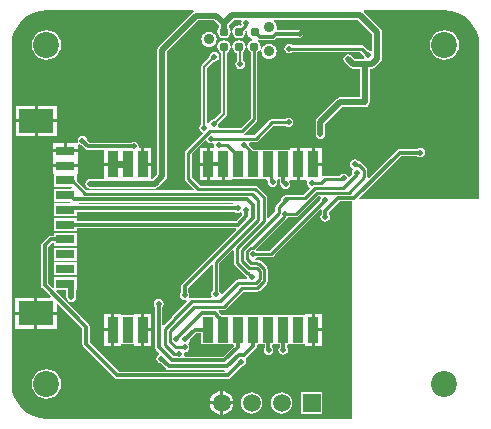
<source format=gbl>
G04*
G04 #@! TF.GenerationSoftware,Altium Limited,Altium Designer,19.0.15 (446)*
G04*
G04 Layer_Physical_Order=2*
G04 Layer_Color=16711680*
%FSAX25Y25*%
%MOIN*%
G70*
G01*
G75*
%ADD12C,0.01000*%
%ADD13C,0.01968*%
%ADD30R,0.05906X0.05906*%
%ADD64C,0.02362*%
%ADD66C,0.01181*%
%ADD67C,0.00800*%
%ADD68C,0.08661*%
%ADD69C,0.03543*%
%ADD70C,0.05906*%
%ADD71C,0.01968*%
%ADD72C,0.03110*%
%ADD73R,0.03543X0.08661*%
%ADD74R,0.11811X0.08268*%
%ADD75R,0.06299X0.03150*%
G36*
X0781002Y3333426D02*
X0780847Y3333323D01*
X0769429Y3321905D01*
X0769079Y3321381D01*
X0768956Y3320763D01*
Y3279306D01*
X0767344Y3277693D01*
X0766808D01*
Y3282074D01*
X0764036D01*
Y3282574D01*
X0763536D01*
Y3287905D01*
X0763052D01*
X0762642Y3288405D01*
X0762670Y3288547D01*
X0762547Y3289165D01*
X0762197Y3289690D01*
X0761673Y3290039D01*
X0761055Y3290163D01*
X0760437Y3290039D01*
X0760020Y3289761D01*
X0746400D01*
X0745587Y3290575D01*
X0745489Y3291066D01*
X0745139Y3291590D01*
X0744615Y3291940D01*
X0743997Y3292064D01*
X0743379Y3291940D01*
X0742855Y3291590D01*
X0742505Y3291066D01*
X0742381Y3290448D01*
X0742436Y3290176D01*
X0742052Y3289676D01*
X0738788D01*
Y3287601D01*
X0742438D01*
Y3289030D01*
X0742629Y3289156D01*
X0742938Y3289250D01*
X0743379Y3288956D01*
X0743870Y3288858D01*
X0745039Y3287689D01*
X0745039Y3287689D01*
X0745433Y3287426D01*
X0745898Y3287333D01*
X0751265D01*
Y3283074D01*
X0754036D01*
Y3282074D01*
X0751265D01*
Y3277693D01*
X0746556D01*
X0745938Y3277570D01*
X0745414Y3277220D01*
X0745063Y3276696D01*
X0744941Y3276078D01*
X0745063Y3275460D01*
X0745414Y3274936D01*
X0745938Y3274586D01*
X0746556Y3274463D01*
X0768013D01*
X0768631Y3274586D01*
X0769155Y3274936D01*
X0771714Y3277495D01*
X0772064Y3278019D01*
X0772187Y3278637D01*
Y3320094D01*
X0782658Y3330565D01*
X0787934D01*
X0789547Y3328952D01*
Y3328209D01*
X0789132Y3327588D01*
X0788965Y3326747D01*
X0789132Y3325906D01*
X0789608Y3325193D01*
X0790321Y3324717D01*
X0791162Y3324550D01*
X0792003Y3324717D01*
X0792716Y3325193D01*
X0793192Y3325906D01*
X0793360Y3326747D01*
X0793192Y3327588D01*
X0792777Y3328209D01*
Y3328952D01*
X0794587Y3330762D01*
X0796798D01*
X0796981Y3330420D01*
X0797021Y3330262D01*
X0796909Y3329700D01*
X0797012Y3329183D01*
X0796672Y3328843D01*
X0796162Y3328945D01*
X0795321Y3328777D01*
X0794608Y3328301D01*
X0794132Y3327588D01*
X0793965Y3326747D01*
X0794132Y3325906D01*
X0794608Y3325193D01*
X0795321Y3324717D01*
X0796162Y3324550D01*
X0797003Y3324717D01*
X0797716Y3325193D01*
X0798192Y3325906D01*
X0798359Y3326747D01*
X0798299Y3327051D01*
X0798452Y3327172D01*
X0798921Y3326907D01*
X0798900Y3326747D01*
X0798988Y3326080D01*
X0799245Y3325459D01*
X0799655Y3324925D01*
X0800189Y3324516D01*
X0800604Y3324343D01*
X0800553Y3323824D01*
X0800321Y3323777D01*
X0799608Y3323301D01*
X0799132Y3322588D01*
X0798965Y3321747D01*
X0799132Y3320906D01*
X0799608Y3320193D01*
X0800041Y3319905D01*
Y3298026D01*
X0796734Y3294719D01*
X0789375D01*
X0789108Y3295219D01*
X0789190Y3295342D01*
X0789313Y3295960D01*
X0789284Y3296104D01*
X0791883Y3298703D01*
X0792104Y3299034D01*
X0792182Y3299424D01*
Y3319836D01*
X0792716Y3320193D01*
X0793192Y3320906D01*
X0793360Y3321747D01*
X0793192Y3322588D01*
X0792716Y3323301D01*
X0792003Y3323777D01*
X0791162Y3323944D01*
X0790321Y3323777D01*
X0789608Y3323301D01*
X0789132Y3322588D01*
X0788965Y3321747D01*
X0789132Y3320906D01*
X0789608Y3320193D01*
X0790143Y3319836D01*
Y3299847D01*
X0787842Y3297546D01*
X0787698Y3297575D01*
X0787079Y3297452D01*
X0786555Y3297102D01*
X0786205Y3296578D01*
X0786090Y3296483D01*
X0785658Y3296388D01*
X0785568Y3296484D01*
Y3314632D01*
X0787750Y3316814D01*
X0787894Y3316785D01*
X0788513Y3316909D01*
X0789037Y3317258D01*
X0789387Y3317783D01*
X0789510Y3318401D01*
X0789387Y3319019D01*
X0789037Y3319543D01*
X0788513Y3319893D01*
X0787894Y3320016D01*
X0787276Y3319893D01*
X0786752Y3319543D01*
X0786402Y3319019D01*
X0786279Y3318401D01*
X0786308Y3318256D01*
X0783827Y3315775D01*
X0783606Y3315445D01*
X0783528Y3315054D01*
Y3296003D01*
X0783406Y3295921D01*
X0783056Y3295397D01*
X0782933Y3294779D01*
X0783056Y3294161D01*
X0783406Y3293637D01*
X0783853Y3293338D01*
X0784020Y3292797D01*
X0778440Y3287218D01*
X0778197Y3286854D01*
X0778112Y3286425D01*
X0778112Y3286425D01*
Y3277769D01*
X0778112Y3277768D01*
X0778197Y3277339D01*
X0778440Y3276976D01*
X0781100Y3274315D01*
X0780909Y3273853D01*
X0745330D01*
X0742038Y3277145D01*
X0742038Y3279364D01*
X0742438Y3279605D01*
X0742438Y3279675D01*
X0742438D01*
Y3281680D01*
X0734139D01*
Y3279675D01*
X0734139Y3279675D01*
Y3279605D01*
X0734539Y3279364D01*
X0734539Y3279105D01*
Y3275084D01*
X0740540D01*
X0740588Y3275013D01*
X0740321Y3274512D01*
X0734539D01*
Y3270163D01*
X0739897D01*
X0739950Y3270091D01*
X0739699Y3269591D01*
X0734539D01*
Y3265242D01*
X0742038D01*
Y3266793D01*
X0794734D01*
X0795151Y3266515D01*
X0795769Y3266392D01*
X0796387Y3266515D01*
X0796522Y3266605D01*
X0796625Y3266604D01*
X0797151Y3266424D01*
X0797311Y3266185D01*
Y3265754D01*
X0795266Y3263709D01*
X0742038D01*
Y3264670D01*
X0734539D01*
Y3260321D01*
X0742038D01*
Y3261282D01*
X0795014D01*
X0795206Y3260820D01*
X0777194Y3242807D01*
X0776931Y3242413D01*
X0776838Y3241949D01*
X0776838Y3241949D01*
Y3239908D01*
X0776560Y3239491D01*
X0776437Y3238873D01*
X0776560Y3238255D01*
X0776910Y3237731D01*
X0777434Y3237381D01*
X0778052Y3237258D01*
X0778579Y3237363D01*
X0778799Y3237108D01*
X0778874Y3236950D01*
X0773716Y3231792D01*
X0773472Y3231429D01*
X0773429Y3231209D01*
X0771104Y3228885D01*
X0770604Y3229092D01*
Y3235083D01*
X0770883Y3235499D01*
X0771006Y3236118D01*
X0770883Y3236736D01*
X0770533Y3237260D01*
X0770009Y3237610D01*
X0769390Y3237733D01*
X0768772Y3237610D01*
X0768248Y3237260D01*
X0767898Y3236736D01*
X0767775Y3236118D01*
X0767898Y3235499D01*
X0768177Y3235083D01*
Y3221674D01*
X0768177Y3221673D01*
X0768269Y3221209D01*
X0768532Y3220815D01*
X0769571Y3219776D01*
X0769426Y3219213D01*
X0769036Y3218953D01*
X0768686Y3218428D01*
X0768563Y3217810D01*
X0768686Y3217192D01*
X0769036Y3216668D01*
X0769560Y3216318D01*
X0770051Y3216220D01*
X0771879Y3214393D01*
X0771879Y3214393D01*
X0772272Y3214130D01*
X0772737Y3214037D01*
X0791163D01*
X0791430Y3213537D01*
X0791413Y3213512D01*
X0756114D01*
X0746392Y3223234D01*
Y3228440D01*
X0746392Y3228440D01*
X0746299Y3228905D01*
X0746036Y3229298D01*
X0746036Y3229299D01*
X0735161Y3240173D01*
X0735353Y3240635D01*
X0738641D01*
Y3238283D01*
X0738764Y3237664D01*
X0739115Y3237141D01*
X0739639Y3236790D01*
X0740257Y3236667D01*
X0740875Y3236790D01*
X0741399Y3237141D01*
X0741749Y3237664D01*
X0741872Y3238283D01*
Y3240635D01*
X0742038D01*
Y3244985D01*
X0734539D01*
Y3241449D01*
X0734077Y3241258D01*
X0732612Y3242722D01*
Y3255103D01*
X0733870Y3256360D01*
X0734539D01*
Y3255399D01*
X0742038D01*
Y3259749D01*
X0734539D01*
Y3258788D01*
X0733367D01*
X0732902Y3258696D01*
X0732509Y3258432D01*
X0732509Y3258432D01*
X0730540Y3256464D01*
X0730277Y3256070D01*
X0730185Y3255606D01*
X0730185Y3255605D01*
Y3242220D01*
X0730185Y3242220D01*
X0730277Y3241755D01*
X0730540Y3241361D01*
X0733338Y3238564D01*
X0733147Y3238102D01*
X0728946D01*
Y3233468D01*
X0735351D01*
Y3235897D01*
X0735813Y3236088D01*
X0743964Y3227937D01*
Y3222732D01*
X0743964Y3222731D01*
X0744057Y3222267D01*
X0744320Y3221873D01*
X0754753Y3211440D01*
X0755147Y3211177D01*
X0755611Y3211085D01*
X0755611Y3211085D01*
X0792422D01*
X0792422Y3211085D01*
X0792886Y3211177D01*
X0793280Y3211440D01*
X0797076Y3215236D01*
X0797568Y3215334D01*
X0798092Y3215684D01*
X0798442Y3216208D01*
X0798565Y3216826D01*
X0798442Y3217444D01*
X0798641Y3218047D01*
X0798739Y3218112D01*
X0801814Y3221187D01*
X0801814Y3221187D01*
X0802077Y3221581D01*
X0802170Y3222046D01*
Y3222172D01*
X0802523Y3222525D01*
X0803465Y3222525D01*
X0803837Y3222525D01*
X0804751D01*
Y3221542D01*
X0804512Y3221184D01*
X0804389Y3220566D01*
X0804512Y3219948D01*
X0804862Y3219424D01*
X0805387Y3219074D01*
X0806005Y3218951D01*
X0806623Y3219074D01*
X0807147Y3219424D01*
X0807497Y3219948D01*
X0807620Y3220566D01*
X0807497Y3221184D01*
X0807179Y3221660D01*
Y3222172D01*
X0807533Y3222525D01*
X0808465Y3222525D01*
X0808837Y3222525D01*
X0809712D01*
Y3221798D01*
X0809434Y3221381D01*
X0809311Y3220763D01*
X0809434Y3220145D01*
X0809784Y3219621D01*
X0810308Y3219271D01*
X0810926Y3219148D01*
X0811544Y3219271D01*
X0812068Y3219621D01*
X0812418Y3220145D01*
X0812541Y3220763D01*
X0812418Y3221381D01*
X0812140Y3221798D01*
Y3222172D01*
X0812493Y3222525D01*
X0813465Y3222525D01*
X0813837Y3222525D01*
X0818194D01*
Y3222125D01*
X0820465D01*
Y3227456D01*
Y3232787D01*
X0818194D01*
Y3232387D01*
X0813837D01*
X0813465Y3232387D01*
X0813094Y3232387D01*
X0808837D01*
X0808465Y3232387D01*
X0808094Y3232387D01*
X0803837D01*
X0803465Y3232387D01*
X0803094Y3232387D01*
X0798594D01*
Y3232387D01*
X0798337D01*
Y3232387D01*
X0793594D01*
Y3232387D01*
X0793337D01*
Y3232387D01*
X0790144D01*
X0790112Y3232418D01*
X0790048Y3232743D01*
X0789784Y3233138D01*
X0789784Y3233138D01*
X0789410Y3233512D01*
X0789617Y3234011D01*
X0791044D01*
X0791044Y3234011D01*
X0791473Y3234097D01*
X0791837Y3234340D01*
X0797611Y3240114D01*
X0802264D01*
X0802264Y3240114D01*
X0802694Y3240199D01*
X0803058Y3240442D01*
X0805420Y3242805D01*
X0805663Y3243169D01*
X0805748Y3243598D01*
X0805748Y3243598D01*
Y3247731D01*
X0805748Y3247731D01*
X0805663Y3248161D01*
X0805420Y3248524D01*
X0805420Y3248524D01*
X0803648Y3250296D01*
X0803284Y3250539D01*
X0802855Y3250625D01*
X0802855Y3250625D01*
X0802267D01*
X0802140Y3250650D01*
X0802140Y3250650D01*
X0801501D01*
X0801452Y3251150D01*
X0801505Y3251160D01*
X0802029Y3251511D01*
X0802042Y3251531D01*
X0806989D01*
X0806989Y3251531D01*
X0807418Y3251617D01*
X0807782Y3251860D01*
X0808025Y3252224D01*
X0808044Y3252318D01*
X0823285Y3267560D01*
X0823746Y3267313D01*
X0823689Y3267023D01*
X0823689Y3267023D01*
Y3266089D01*
X0823410Y3265673D01*
X0823287Y3265054D01*
X0823410Y3264436D01*
X0823760Y3263912D01*
X0824284Y3263562D01*
X0824902Y3263439D01*
X0825521Y3263562D01*
X0826044Y3263912D01*
X0826395Y3264436D01*
X0826518Y3265054D01*
X0826395Y3265673D01*
X0826116Y3266089D01*
Y3266520D01*
X0829817Y3270221D01*
X0833761D01*
Y3197756D01*
X0732021D01*
X0729723Y3197982D01*
X0727551Y3198641D01*
X0725549Y3199711D01*
X0723795Y3201151D01*
X0722355Y3202905D01*
X0721285Y3204907D01*
X0720626Y3207079D01*
X0720400Y3209378D01*
Y3322305D01*
X0720626Y3324604D01*
X0721285Y3326776D01*
X0722355Y3328777D01*
X0723795Y3330531D01*
X0725549Y3331971D01*
X0727551Y3333041D01*
X0729723Y3333700D01*
X0732021Y3333926D01*
X0780851D01*
X0781002Y3333426D01*
D02*
G37*
G36*
X0866932Y3333700D02*
X0869104Y3333041D01*
X0871106Y3331971D01*
X0872860Y3330531D01*
X0874300Y3328777D01*
X0875370Y3326776D01*
X0876029Y3324604D01*
X0876255Y3322305D01*
Y3270960D01*
X0836524D01*
X0836333Y3271422D01*
X0850208Y3285297D01*
X0855560D01*
X0855977Y3285019D01*
X0856595Y3284896D01*
X0857213Y3285019D01*
X0857737Y3285369D01*
X0858088Y3285893D01*
X0858210Y3286511D01*
X0858088Y3287129D01*
X0857737Y3287653D01*
X0857213Y3288004D01*
X0856595Y3288126D01*
X0855977Y3288004D01*
X0855560Y3287725D01*
X0849706D01*
X0849706Y3287725D01*
X0849241Y3287632D01*
X0848847Y3287370D01*
X0848847Y3287370D01*
X0839457Y3277979D01*
X0839000Y3278220D01*
X0838995Y3278225D01*
Y3280823D01*
X0838995Y3280823D01*
X0838910Y3281252D01*
X0838667Y3281616D01*
X0836984Y3283299D01*
X0836620Y3283543D01*
X0836191Y3283628D01*
X0836191Y3283628D01*
X0835946D01*
X0835887Y3283716D01*
X0835363Y3284066D01*
X0834745Y3284189D01*
X0834127Y3284066D01*
X0833603Y3283716D01*
X0833253Y3283192D01*
X0833130Y3282574D01*
X0833253Y3281956D01*
X0833603Y3281432D01*
X0833845Y3281270D01*
X0834111Y3281034D01*
X0833972Y3280629D01*
X0833843Y3280436D01*
X0833720Y3279818D01*
X0833822Y3279306D01*
X0832971Y3278454D01*
X0832409Y3278600D01*
X0832147Y3278992D01*
X0831623Y3279342D01*
X0831005Y3279465D01*
X0830387Y3279342D01*
X0829862Y3278992D01*
X0829717Y3278774D01*
X0824706D01*
X0824277Y3278689D01*
X0824237Y3278662D01*
X0823737Y3278930D01*
Y3282074D01*
X0820965D01*
Y3282574D01*
X0820465D01*
Y3287905D01*
X0816465D01*
Y3282574D01*
Y3277243D01*
X0818429D01*
X0818813Y3276743D01*
X0818759Y3276471D01*
X0818882Y3275853D01*
X0819232Y3275330D01*
X0819625Y3275067D01*
X0819770Y3274506D01*
X0817649Y3272385D01*
X0812331D01*
X0811902Y3272299D01*
X0811814Y3272240D01*
X0811713Y3272260D01*
X0811095Y3272137D01*
X0810571Y3271787D01*
X0810221Y3271263D01*
X0810098Y3270645D01*
X0810103Y3270621D01*
X0808639Y3269157D01*
X0808396Y3268793D01*
X0808311Y3268364D01*
X0808311Y3268364D01*
Y3266873D01*
X0806013Y3264576D01*
X0805551Y3264767D01*
Y3271550D01*
X0805551Y3271550D01*
X0805466Y3271980D01*
X0805223Y3272343D01*
X0805223Y3272343D01*
X0802385Y3275182D01*
X0802021Y3275425D01*
X0801591Y3275510D01*
X0801591Y3275510D01*
X0783077D01*
X0780355Y3278233D01*
Y3285960D01*
X0784944Y3290550D01*
X0785506Y3290405D01*
X0785768Y3290012D01*
X0786292Y3289662D01*
X0786910Y3289539D01*
X0787464Y3289649D01*
X0787706Y3289499D01*
X0787908Y3289314D01*
X0787854Y3289045D01*
X0787977Y3288427D01*
X0787992Y3288405D01*
X0787724Y3287905D01*
X0786465D01*
Y3282574D01*
Y3277243D01*
X0788737D01*
Y3277283D01*
X0790465D01*
Y3282613D01*
X0791465D01*
Y3277283D01*
X0793737D01*
Y3277643D01*
X0798337D01*
X0798337Y3277643D01*
X0798594D01*
Y3277643D01*
X0798837Y3277643D01*
X0803337D01*
Y3277643D01*
X0803594D01*
Y3277643D01*
X0805255D01*
X0805600Y3277329D01*
X0805686Y3276900D01*
X0805784Y3276753D01*
X0805767Y3276669D01*
X0805890Y3276051D01*
X0806240Y3275526D01*
X0806765Y3275176D01*
X0807383Y3275053D01*
X0808001Y3275176D01*
X0808525Y3275526D01*
X0808875Y3276051D01*
X0808998Y3276669D01*
X0808904Y3277143D01*
X0809192Y3277643D01*
X0809752D01*
Y3276629D01*
X0809752Y3276629D01*
X0809844Y3276165D01*
X0810107Y3275771D01*
X0810123Y3275755D01*
X0810221Y3275263D01*
X0810571Y3274739D01*
X0811095Y3274389D01*
X0811713Y3274266D01*
X0812331Y3274389D01*
X0812856Y3274739D01*
X0813206Y3275263D01*
X0813329Y3275881D01*
X0813206Y3276499D01*
X0812985Y3276830D01*
X0813310Y3277243D01*
X0815465D01*
Y3282574D01*
Y3287905D01*
X0813194D01*
Y3287505D01*
X0808594D01*
X0808594Y3287505D01*
X0808337D01*
Y3287505D01*
X0808094Y3287505D01*
X0803594D01*
Y3287505D01*
X0803337D01*
Y3287505D01*
X0800766D01*
X0800730Y3287687D01*
X0800487Y3288050D01*
X0800487Y3288050D01*
X0799491Y3289046D01*
X0799496Y3289070D01*
X0799404Y3289533D01*
X0799698Y3290033D01*
X0801790D01*
X0801790Y3290033D01*
X0802219Y3290118D01*
X0802583Y3290361D01*
X0807650Y3295429D01*
X0811542D01*
X0811555Y3295408D01*
X0812080Y3295058D01*
X0812698Y3294935D01*
X0813316Y3295058D01*
X0813840Y3295408D01*
X0814190Y3295932D01*
X0814313Y3296550D01*
X0814190Y3297169D01*
X0813840Y3297692D01*
X0813316Y3298043D01*
X0812698Y3298166D01*
X0812080Y3298043D01*
X0811555Y3297692D01*
X0811542Y3297672D01*
X0807186D01*
X0807186Y3297672D01*
X0806757Y3297586D01*
X0806393Y3297343D01*
X0806393Y3297343D01*
X0801325Y3292276D01*
X0798100D01*
X0797948Y3292776D01*
X0797991Y3292805D01*
X0801955Y3296769D01*
X0801955Y3296769D01*
X0802198Y3297132D01*
X0802284Y3297562D01*
X0802284Y3297562D01*
Y3319905D01*
X0802716Y3320193D01*
X0803092Y3320757D01*
X0803192Y3320906D01*
X0803649Y3320758D01*
X0803628Y3320601D01*
X0803581Y3320247D01*
X0803669Y3319579D01*
X0803927Y3318957D01*
X0804337Y3318422D01*
X0804872Y3318012D01*
X0805494Y3317754D01*
X0806162Y3317667D01*
X0806830Y3317754D01*
X0807452Y3318012D01*
X0807987Y3318422D01*
X0808397Y3318957D01*
X0808655Y3319579D01*
X0808743Y3320247D01*
X0808655Y3320915D01*
X0808397Y3321538D01*
X0807987Y3322072D01*
X0807452Y3322482D01*
X0806830Y3322740D01*
X0806162Y3322828D01*
X0805494Y3322740D01*
X0804872Y3322482D01*
X0804337Y3322072D01*
X0803927Y3321538D01*
X0803802Y3321234D01*
X0803736Y3321075D01*
X0803255Y3321221D01*
X0803286Y3321377D01*
X0803360Y3321747D01*
X0803192Y3322588D01*
X0802716Y3323301D01*
X0802466Y3323468D01*
X0802432Y3323621D01*
X0802529Y3324027D01*
X0802581Y3324035D01*
X0802669Y3323977D01*
X0803134Y3323884D01*
X0803134Y3323884D01*
X0807467D01*
X0807467Y3323884D01*
X0807931Y3323977D01*
X0808325Y3324240D01*
X0808857Y3324771D01*
X0816339D01*
X0816803Y3324864D01*
X0817197Y3325127D01*
X0817460Y3325521D01*
X0817553Y3325985D01*
X0817460Y3326450D01*
X0817197Y3326844D01*
X0816803Y3327107D01*
X0816339Y3327199D01*
X0808969D01*
X0808671Y3327699D01*
X0808743Y3328247D01*
X0808655Y3328915D01*
X0808397Y3329538D01*
X0807987Y3330072D01*
X0807740Y3330262D01*
X0807909Y3330762D01*
X0835847D01*
X0840610Y3325999D01*
Y3320604D01*
X0840110Y3320337D01*
X0839890Y3320484D01*
X0839272Y3320607D01*
X0839248Y3320602D01*
X0837900Y3321950D01*
X0837536Y3322193D01*
X0837107Y3322278D01*
X0837107Y3322278D01*
X0814050D01*
X0814037Y3322299D01*
X0813513Y3322649D01*
X0812894Y3322772D01*
X0812276Y3322649D01*
X0811752Y3322299D01*
X0811402Y3321775D01*
X0811279Y3321157D01*
X0811402Y3320539D01*
X0811752Y3320015D01*
X0812276Y3319664D01*
X0812894Y3319542D01*
X0813513Y3319664D01*
X0814037Y3320015D01*
X0814050Y3320035D01*
X0836642D01*
X0837662Y3319016D01*
X0837657Y3318991D01*
X0837780Y3318373D01*
X0837927Y3318154D01*
X0837659Y3317654D01*
X0834823D01*
X0833722Y3318756D01*
X0833198Y3319106D01*
X0832580Y3319229D01*
X0831961Y3319106D01*
X0831437Y3318756D01*
X0831087Y3318232D01*
X0830964Y3317613D01*
X0831087Y3316995D01*
X0831437Y3316471D01*
X0833012Y3314896D01*
X0833536Y3314546D01*
X0834154Y3314423D01*
X0836476D01*
Y3304859D01*
X0829824D01*
X0829205Y3304736D01*
X0828681Y3304385D01*
X0822185Y3297889D01*
X0821835Y3297366D01*
X0821712Y3296747D01*
Y3292613D01*
X0821835Y3291995D01*
X0822185Y3291471D01*
X0822709Y3291121D01*
X0823328Y3290998D01*
X0823946Y3291121D01*
X0824470Y3291471D01*
X0824820Y3291995D01*
X0824943Y3292613D01*
Y3296078D01*
X0830493Y3301628D01*
X0838091D01*
X0838709Y3301751D01*
X0839233Y3302101D01*
X0839584Y3302625D01*
X0839707Y3303243D01*
Y3314423D01*
X0840454D01*
X0841072Y3314546D01*
X0841596Y3314896D01*
X0843367Y3316668D01*
X0843717Y3317192D01*
X0843841Y3317810D01*
Y3326669D01*
X0843717Y3327287D01*
X0843367Y3327811D01*
X0837752Y3333426D01*
X0837847Y3333790D01*
X0837942Y3333926D01*
X0864634D01*
X0866932Y3333700D01*
D02*
G37*
G36*
X0794275Y3269246D02*
X0794256Y3269221D01*
X0742489D01*
X0742485Y3269246D01*
X0742906Y3269746D01*
X0794024D01*
X0794275Y3269246D01*
D02*
G37*
G36*
X0823492Y3271504D02*
X0823410Y3271381D01*
X0823287Y3270763D01*
X0823292Y3270739D01*
X0806328Y3253774D01*
X0802092D01*
X0801973Y3253918D01*
X0801933Y3254324D01*
X0811826Y3264216D01*
X0811826Y3264216D01*
X0812033Y3264526D01*
X0812135Y3264546D01*
X0812659Y3264896D01*
X0812673Y3264917D01*
X0815152D01*
X0815152Y3264917D01*
X0815581Y3265002D01*
X0815945Y3265245D01*
X0822703Y3272004D01*
X0823225D01*
X0823492Y3271504D01*
D02*
G37*
G36*
X0794481Y3253743D02*
Y3249672D01*
X0794481Y3249672D01*
X0794566Y3249242D01*
X0794809Y3248878D01*
X0798152Y3245535D01*
X0798152Y3245535D01*
X0798357Y3245399D01*
X0798874Y3244882D01*
X0798908Y3244710D01*
X0798613Y3244210D01*
X0795855D01*
X0795855Y3244210D01*
X0795425Y3244124D01*
X0795061Y3243881D01*
X0795061Y3243881D01*
X0790583Y3239403D01*
X0790041Y3239568D01*
X0789978Y3239885D01*
X0789627Y3240409D01*
X0789607Y3240423D01*
Y3249523D01*
X0794019Y3253935D01*
X0794481Y3253743D01*
D02*
G37*
G36*
X0787364Y3248891D02*
Y3240423D01*
X0787343Y3240409D01*
X0786993Y3239885D01*
X0786870Y3239267D01*
X0786993Y3238649D01*
X0787075Y3238526D01*
X0786807Y3238026D01*
X0780414D01*
X0779985Y3237941D01*
X0779896Y3237881D01*
X0779535Y3238242D01*
X0779544Y3238255D01*
X0779667Y3238873D01*
X0779544Y3239491D01*
X0779266Y3239908D01*
Y3241446D01*
X0786902Y3249082D01*
X0787364Y3248891D01*
D02*
G37*
G36*
X0783594Y3222525D02*
X0788337D01*
X0788337Y3222525D01*
X0788594D01*
Y3222525D01*
X0788837Y3222525D01*
X0793337D01*
Y3222525D01*
X0793594D01*
Y3222525D01*
X0794218D01*
X0794425Y3222025D01*
X0790824Y3218424D01*
X0778099D01*
X0777804Y3218924D01*
X0777896Y3219385D01*
X0777873Y3219500D01*
X0778216Y3219968D01*
X0778670Y3220058D01*
X0779194Y3220408D01*
X0779544Y3220932D01*
X0779667Y3221550D01*
X0779544Y3222168D01*
X0779272Y3222577D01*
X0779355Y3223140D01*
X0779391Y3223164D01*
X0779741Y3223688D01*
X0779839Y3224180D01*
X0781901Y3226242D01*
X0783594D01*
Y3222525D01*
D02*
G37*
%LPC*%
G36*
X0786162Y3326828D02*
X0785494Y3326740D01*
X0784872Y3326482D01*
X0784337Y3326072D01*
X0783927Y3325538D01*
X0783669Y3324915D01*
X0783581Y3324247D01*
X0783669Y3323579D01*
X0783927Y3322957D01*
X0784337Y3322422D01*
X0784872Y3322012D01*
X0785494Y3321754D01*
X0786162Y3321667D01*
X0786830Y3321754D01*
X0787453Y3322012D01*
X0787987Y3322422D01*
X0788397Y3322957D01*
X0788655Y3323579D01*
X0788743Y3324247D01*
X0788655Y3324915D01*
X0788397Y3325538D01*
X0787987Y3326072D01*
X0787453Y3326482D01*
X0786830Y3326740D01*
X0786162Y3326828D01*
D02*
G37*
G36*
X0731989Y3327311D02*
X0730702Y3327142D01*
X0729502Y3326645D01*
X0728472Y3325854D01*
X0727682Y3324825D01*
X0727185Y3323625D01*
X0727016Y3322338D01*
X0727185Y3321051D01*
X0727682Y3319851D01*
X0728472Y3318821D01*
X0729502Y3318031D01*
X0730702Y3317534D01*
X0731989Y3317365D01*
X0733276Y3317534D01*
X0734476Y3318031D01*
X0735506Y3318821D01*
X0736296Y3319851D01*
X0736793Y3321051D01*
X0736962Y3322338D01*
X0736793Y3323625D01*
X0736296Y3324825D01*
X0735506Y3325854D01*
X0734476Y3326645D01*
X0733276Y3327142D01*
X0731989Y3327311D01*
D02*
G37*
G36*
X0796162Y3323944D02*
X0795321Y3323777D01*
X0794608Y3323301D01*
X0794132Y3322588D01*
X0793965Y3321747D01*
X0794132Y3320906D01*
X0794608Y3320193D01*
X0795321Y3319717D01*
X0795536Y3319674D01*
Y3317145D01*
X0795414Y3317063D01*
X0795063Y3316539D01*
X0794941Y3315921D01*
X0795063Y3315302D01*
X0795414Y3314778D01*
X0795938Y3314428D01*
X0796556Y3314305D01*
X0797174Y3314428D01*
X0797698Y3314778D01*
X0798048Y3315302D01*
X0798171Y3315921D01*
X0798048Y3316539D01*
X0797698Y3317063D01*
X0797576Y3317145D01*
Y3320100D01*
X0797716Y3320193D01*
X0798192Y3320906D01*
X0798359Y3321747D01*
X0798192Y3322588D01*
X0797716Y3323301D01*
X0797003Y3323777D01*
X0796162Y3323944D01*
D02*
G37*
G36*
X0735548Y3302176D02*
X0729143D01*
Y3297543D01*
X0735548D01*
Y3302176D01*
D02*
G37*
G36*
X0728142D02*
X0721737D01*
Y3297543D01*
X0728142D01*
Y3302176D01*
D02*
G37*
G36*
X0735548Y3296542D02*
X0729143D01*
Y3291909D01*
X0735548D01*
Y3296542D01*
D02*
G37*
G36*
X0728142D02*
X0721737D01*
Y3291909D01*
X0728142D01*
Y3296542D01*
D02*
G37*
G36*
X0737788Y3289676D02*
X0734139D01*
Y3287601D01*
X0737788D01*
Y3289676D01*
D02*
G37*
G36*
X0766808Y3287905D02*
X0764536D01*
Y3283074D01*
X0766808D01*
Y3287905D01*
D02*
G37*
G36*
X0742438Y3286602D02*
X0734139D01*
Y3284527D01*
Y3282680D01*
X0742438D01*
Y3284527D01*
Y3286602D01*
D02*
G37*
G36*
X0742038Y3254827D02*
X0734539D01*
Y3250478D01*
X0742038D01*
Y3254827D01*
D02*
G37*
G36*
Y3249906D02*
X0734539D01*
Y3245557D01*
X0742038D01*
Y3249906D01*
D02*
G37*
G36*
X0727946Y3238102D02*
X0721540D01*
Y3233468D01*
X0727946D01*
Y3238102D01*
D02*
G37*
G36*
X0763536Y3232787D02*
X0761265D01*
Y3232387D01*
X0756808D01*
Y3232787D01*
X0754536D01*
Y3227456D01*
Y3222125D01*
X0756808D01*
Y3222525D01*
X0761265D01*
Y3222125D01*
X0763536D01*
Y3227456D01*
X0764036D01*
D01*
X0763536D01*
Y3232787D01*
D02*
G37*
G36*
X0823737D02*
X0821465D01*
Y3227956D01*
X0823737D01*
Y3232787D01*
D02*
G37*
G36*
X0766808D02*
X0764536D01*
Y3227956D01*
X0766808D01*
Y3232787D01*
D02*
G37*
G36*
X0753536D02*
X0751265D01*
Y3227956D01*
X0753536D01*
Y3232787D01*
D02*
G37*
G36*
X0735351Y3232468D02*
X0728946D01*
Y3227834D01*
X0735351D01*
Y3232468D01*
D02*
G37*
G36*
X0727946D02*
X0721540D01*
Y3227834D01*
X0727946D01*
Y3232468D01*
D02*
G37*
G36*
X0823737Y3226956D02*
X0821465D01*
Y3222125D01*
X0823737D01*
Y3226956D01*
D02*
G37*
G36*
X0766808Y3226956D02*
X0764536D01*
Y3222125D01*
X0766808D01*
Y3226956D01*
D02*
G37*
G36*
X0753536D02*
X0751265D01*
Y3222125D01*
X0753536D01*
Y3226956D01*
D02*
G37*
G36*
X0731989Y3214319D02*
X0730702Y3214149D01*
X0729502Y3213652D01*
X0728472Y3212862D01*
X0727682Y3211832D01*
X0727185Y3210633D01*
X0727016Y3209346D01*
X0727185Y3208059D01*
X0727682Y3206859D01*
X0728472Y3205829D01*
X0729502Y3205039D01*
X0730702Y3204542D01*
X0731989Y3204372D01*
X0733276Y3204542D01*
X0734476Y3205039D01*
X0735506Y3205829D01*
X0736296Y3206859D01*
X0736793Y3208059D01*
X0736962Y3209346D01*
X0736793Y3210633D01*
X0736296Y3211832D01*
X0735506Y3212862D01*
X0734476Y3213652D01*
X0733276Y3214149D01*
X0731989Y3214319D01*
D02*
G37*
G36*
X0790835Y3206968D02*
Y3203546D01*
X0794256D01*
X0794186Y3204078D01*
X0793788Y3205040D01*
X0793154Y3205865D01*
X0792329Y3206499D01*
X0791367Y3206897D01*
X0790835Y3206968D01*
D02*
G37*
G36*
X0789835Y3206968D02*
X0789303Y3206897D01*
X0788342Y3206499D01*
X0787516Y3205865D01*
X0786883Y3205040D01*
X0786484Y3204078D01*
X0786414Y3203546D01*
X0789835D01*
Y3206968D01*
D02*
G37*
G36*
X0823888Y3206599D02*
X0816783D01*
Y3199494D01*
X0823888D01*
Y3206599D01*
D02*
G37*
G36*
X0810335Y3206630D02*
X0809408Y3206508D01*
X0808544Y3206150D01*
X0807802Y3205581D01*
X0807232Y3204838D01*
X0806874Y3203974D01*
X0806752Y3203046D01*
X0806874Y3202119D01*
X0807232Y3201255D01*
X0807802Y3200513D01*
X0808544Y3199943D01*
X0809408Y3199585D01*
X0810335Y3199463D01*
X0811263Y3199585D01*
X0812127Y3199943D01*
X0812869Y3200513D01*
X0813439Y3201255D01*
X0813797Y3202119D01*
X0813919Y3203046D01*
X0813797Y3203974D01*
X0813439Y3204838D01*
X0812869Y3205581D01*
X0812127Y3206150D01*
X0811263Y3206508D01*
X0810335Y3206630D01*
D02*
G37*
G36*
X0800335D02*
X0799408Y3206508D01*
X0798544Y3206150D01*
X0797802Y3205581D01*
X0797232Y3204838D01*
X0796874Y3203974D01*
X0796752Y3203046D01*
X0796874Y3202119D01*
X0797232Y3201255D01*
X0797802Y3200513D01*
X0798544Y3199943D01*
X0799408Y3199585D01*
X0800335Y3199463D01*
X0801263Y3199585D01*
X0802127Y3199943D01*
X0802869Y3200513D01*
X0803439Y3201255D01*
X0803797Y3202119D01*
X0803919Y3203046D01*
X0803797Y3203974D01*
X0803439Y3204838D01*
X0802869Y3205581D01*
X0802127Y3206150D01*
X0801263Y3206508D01*
X0800335Y3206630D01*
D02*
G37*
G36*
X0789835Y3202546D02*
X0786414D01*
X0786484Y3202015D01*
X0786883Y3201053D01*
X0787516Y3200227D01*
X0788342Y3199594D01*
X0789303Y3199195D01*
X0789835Y3199125D01*
Y3202546D01*
D02*
G37*
G36*
X0794256D02*
X0790835D01*
Y3199125D01*
X0791367Y3199195D01*
X0792329Y3199594D01*
X0793154Y3200227D01*
X0793788Y3201053D01*
X0794186Y3202015D01*
X0794256Y3202546D01*
D02*
G37*
G36*
X0864666Y3327311D02*
X0863379Y3327142D01*
X0862179Y3326645D01*
X0861149Y3325854D01*
X0860359Y3324825D01*
X0859862Y3323625D01*
X0859693Y3322338D01*
X0859862Y3321051D01*
X0860359Y3319851D01*
X0861149Y3318821D01*
X0862179Y3318031D01*
X0863379Y3317534D01*
X0864666Y3317365D01*
X0865953Y3317534D01*
X0867153Y3318031D01*
X0868183Y3318821D01*
X0868973Y3319851D01*
X0869470Y3321051D01*
X0869639Y3322338D01*
X0869470Y3323625D01*
X0868973Y3324825D01*
X0868183Y3325854D01*
X0867153Y3326645D01*
X0865953Y3327142D01*
X0864666Y3327311D01*
D02*
G37*
G36*
X0823737Y3287905D02*
X0821465D01*
Y3283074D01*
X0823737D01*
Y3287905D01*
D02*
G37*
G36*
X0785465D02*
X0783194D01*
Y3283074D01*
X0785465D01*
Y3287905D01*
D02*
G37*
G36*
Y3282074D02*
X0783194D01*
Y3277243D01*
X0785465D01*
Y3282074D01*
D02*
G37*
%LPD*%
D12*
X0809432Y3268364D02*
X0811713Y3270645D01*
X0809432Y3266409D02*
Y3268364D01*
X0812331Y3271263D02*
X0818114D01*
X0821576Y3274725D01*
X0811713Y3270645D02*
X0812331Y3271263D01*
X0811516Y3266039D02*
X0815152D01*
X0822239Y3273125D02*
X0832776D01*
X0815152Y3266039D02*
X0822239Y3273125D01*
X0821576Y3274725D02*
X0830828D01*
X0820375Y3276471D02*
X0823524D01*
X0824706Y3277653D01*
X0830828Y3274725D02*
X0835335Y3279233D01*
X0832776Y3273125D02*
X0837874Y3278223D01*
X0801591Y3274389D02*
X0804430Y3271550D01*
X0782613Y3274389D02*
X0801591D01*
X0779233Y3277768D02*
X0782613Y3274389D01*
X0800493Y3272731D02*
X0802480Y3270744D01*
X0744865Y3272731D02*
X0800493D01*
X0740338Y3277259D02*
X0744865Y3272731D01*
X0803027Y3244260D02*
Y3247069D01*
X0801855Y3243088D02*
X0803027Y3244260D01*
X0802192Y3247903D02*
X0803027Y3247069D01*
X0801502Y3247903D02*
X0802192D01*
X0801477Y3247928D02*
X0801502Y3247903D01*
X0799608Y3247928D02*
X0801477D01*
X0802855Y3249503D02*
X0804627Y3247731D01*
Y3243598D02*
Y3247731D01*
X0802264Y3241235D02*
X0804627Y3243598D01*
X0795855Y3243088D02*
X0801855D01*
X0797146Y3241235D02*
X0802264D01*
X0791044Y3235133D02*
X0797146Y3241235D01*
X0804430Y3263669D02*
Y3271550D01*
X0795602Y3254842D02*
X0804430Y3263669D01*
X0802480Y3263982D02*
Y3270744D01*
X0837874Y3278223D02*
Y3280823D01*
X0835335Y3279233D02*
Y3279818D01*
X0797881Y3289045D02*
X0797906D01*
X0786406Y3293598D02*
X0797198D01*
X0738288Y3277259D02*
X0740338D01*
X0795965Y3282574D02*
Y3285269D01*
X0792190Y3289045D02*
X0795965Y3285269D01*
X0789469Y3289045D02*
X0792190D01*
X0786910Y3291154D02*
X0801790D01*
X0779233Y3277768D02*
Y3286425D01*
X0786406Y3293598D01*
X0797198D02*
X0801162Y3297562D01*
X0773212Y3223443D02*
Y3227143D01*
X0775104Y3221550D02*
X0778052D01*
X0771612Y3222282D02*
X0774509Y3219385D01*
X0776280D01*
X0773212Y3223443D02*
X0775104Y3221550D01*
X0771612Y3222282D02*
Y3227806D01*
X0774509Y3230703D01*
Y3230999D01*
X0780414Y3236905D01*
X0789671D01*
X0800761Y3254737D02*
X0811033Y3265009D01*
Y3265293D01*
X0811516Y3265776D01*
Y3266039D01*
X0788485Y3239267D02*
Y3249987D01*
X0800023Y3254737D02*
X0800761D01*
X0798802Y3253516D02*
X0800023Y3254737D01*
X0798802Y3250997D02*
Y3253516D01*
X0797202Y3254179D02*
X0809432Y3266409D01*
X0797202Y3250334D02*
Y3254179D01*
X0795602Y3249672D02*
Y3254842D01*
Y3249672D02*
X0798945Y3246328D01*
X0799013D01*
X0800169Y3245173D01*
X0800431D01*
X0788485Y3249987D02*
X0802480Y3263982D01*
X0797202Y3250334D02*
X0799608Y3247928D01*
X0798802Y3250997D02*
X0800271Y3249529D01*
X0802140D01*
X0802165Y3249503D01*
X0802855D01*
X0781202Y3235133D02*
X0791044D01*
X0773212Y3227143D02*
X0781202Y3235133D01*
X0789671Y3236905D02*
X0795855Y3243088D01*
X0800887Y3252653D02*
X0806989D01*
X0806891Y3252751D02*
X0824902Y3270763D01*
X0806891Y3252751D02*
X0806989Y3252653D01*
X0801790Y3291154D02*
X0807186Y3296550D01*
X0812698D01*
X0806722Y3277329D02*
X0807383Y3276669D01*
X0806722Y3277329D02*
Y3281817D01*
X0805965Y3282574D02*
X0806722Y3281817D01*
X0801162Y3297562D02*
Y3321747D01*
X0797881Y3289045D02*
Y3289070D01*
X0797906Y3289045D02*
X0799694Y3287257D01*
Y3283846D02*
Y3287257D01*
Y3283846D02*
X0800965Y3282574D01*
X0824706Y3277653D02*
X0830808D01*
X0831005Y3277850D01*
X0836191Y3282506D02*
X0837874Y3280823D01*
X0834813Y3282506D02*
X0836191D01*
X0834745Y3282574D02*
X0834813Y3282506D01*
X0837107Y3321157D02*
X0839272Y3318991D01*
X0812894Y3321157D02*
X0837107D01*
X0798524Y3329110D02*
Y3329700D01*
X0796162Y3326747D02*
X0798524Y3329110D01*
D13*
X0836516Y3332377D02*
X0842225Y3326669D01*
Y3317810D02*
Y3326669D01*
X0840454Y3316039D02*
X0842225Y3317810D01*
X0838091Y3316039D02*
X0840454D01*
X0793918Y3332377D02*
X0836516D01*
X0791162Y3329621D02*
X0793918Y3332377D01*
X0788603Y3332180D02*
X0791162Y3329621D01*
X0823328Y3292613D02*
Y3296747D01*
X0829824Y3303243D01*
X0838091D01*
X0834154Y3316039D02*
X0838091D01*
Y3303243D02*
Y3316039D01*
X0832580Y3317613D02*
X0834154Y3316039D01*
X0791162Y3326747D02*
Y3329621D01*
X0781989Y3332180D02*
X0788603D01*
X0770572Y3320763D02*
X0781989Y3332180D01*
X0770572Y3278637D02*
Y3320763D01*
X0768013Y3276078D02*
X0770572Y3278637D01*
X0746556Y3276078D02*
X0768013D01*
X0740257Y3238283D02*
Y3242220D01*
X0739666Y3242810D02*
X0740257Y3242220D01*
X0738288Y3242810D02*
X0739666D01*
D30*
X0820335Y3203046D02*
D03*
D64*
X0754036Y3282574D02*
X0759036D01*
D66*
X0790926D02*
X0790965Y3282613D01*
X0785965Y3282574D02*
X0790926D01*
X0808354Y3325985D02*
X0816339D01*
X0807467Y3325098D02*
X0808354Y3325985D01*
X0803134Y3325098D02*
X0807467D01*
X0801484Y3326747D02*
X0803134Y3325098D01*
X0801477Y3326747D02*
X0801484D01*
X0773853Y3217210D02*
X0791327D01*
X0769390Y3221673D02*
X0773853Y3217210D01*
X0769390Y3221673D02*
Y3236118D01*
X0738288Y3272338D02*
X0738879Y3271747D01*
X0740453D01*
X0741241Y3270960D01*
X0798721D01*
X0849706Y3286511D02*
X0856595D01*
X0834629Y3271435D02*
X0849706Y3286511D01*
X0829314Y3271435D02*
X0834629D01*
X0824902Y3267023D02*
X0829314Y3271435D01*
X0824902Y3265054D02*
Y3267023D01*
X0775296Y3224306D02*
Y3224429D01*
X0778249Y3224306D02*
X0781398Y3227456D01*
X0775296Y3224429D02*
X0779574Y3228707D01*
Y3228848D01*
X0791327Y3217210D02*
X0795965Y3221849D01*
X0772737Y3215251D02*
X0792299D01*
X0770178Y3217810D02*
X0772737Y3215251D01*
X0792299D02*
X0796049Y3219001D01*
X0792422Y3212299D02*
X0796950Y3216826D01*
X0797881Y3218970D02*
X0800956Y3222046D01*
X0797850Y3219001D02*
X0797881Y3218970D01*
X0796049Y3219001D02*
X0797850D01*
X0778052Y3238873D02*
Y3241949D01*
X0783701Y3232976D02*
X0787378D01*
X0779574Y3228848D02*
X0783701Y3232976D01*
X0755611Y3212299D02*
X0792422D01*
X0745178Y3222731D02*
X0755611Y3212299D01*
X0800699Y3264596D02*
Y3268982D01*
X0778052Y3241949D02*
X0800699Y3264596D01*
X0798721Y3270960D02*
X0800699Y3268982D01*
X0798525Y3265252D02*
Y3267220D01*
X0795768Y3262495D02*
X0798525Y3265252D01*
X0738288Y3267416D02*
X0738879Y3268007D01*
X0795769D01*
X0810965Y3276629D02*
X0811713Y3275881D01*
X0810965Y3276629D02*
Y3282574D01*
X0810926Y3227417D02*
X0810965Y3227456D01*
X0810926Y3220763D02*
Y3227417D01*
X0805965Y3220605D02*
X0806005Y3220566D01*
X0805965Y3220605D02*
Y3227456D01*
X0795965Y3221849D02*
Y3227456D01*
X0800956Y3222046D02*
Y3227446D01*
X0800965Y3227456D01*
X0787378Y3232976D02*
X0788230D01*
X0788926Y3232279D01*
Y3231888D02*
Y3232279D01*
Y3231888D02*
X0789618Y3231196D01*
X0789784D01*
X0790965Y3230015D01*
Y3227456D02*
Y3230015D01*
X0781398Y3227456D02*
X0785965D01*
X0738288Y3262495D02*
X0795768D01*
X0745178Y3222731D02*
Y3228440D01*
X0731398Y3242220D02*
X0745178Y3228440D01*
X0731398Y3242220D02*
Y3255606D01*
X0733367Y3257574D01*
X0738288D01*
X0745898Y3288547D02*
X0761055D01*
X0743997Y3290448D02*
X0745898Y3288547D01*
D67*
X0791162Y3299424D02*
Y3321747D01*
X0787698Y3295960D02*
X0791162Y3299424D01*
X0784548Y3315054D02*
X0787894Y3318401D01*
X0784548Y3294779D02*
Y3315054D01*
X0796556Y3315921D02*
Y3321354D01*
X0796162Y3321747D02*
X0796556Y3321354D01*
D68*
X0864666Y3322338D02*
D03*
Y3209346D02*
D03*
X0731989Y3322338D02*
D03*
Y3209346D02*
D03*
D69*
X0806162Y3328247D02*
D03*
Y3320247D02*
D03*
X0786162Y3324247D02*
D03*
D70*
X0790335Y3203046D02*
D03*
X0800335D02*
D03*
X0810335D02*
D03*
D71*
X0820375Y3276471D02*
D03*
X0787942Y3256393D02*
D03*
X0778145Y3246747D02*
D03*
X0872638Y3308662D02*
D03*
X0870473Y3304332D02*
D03*
X0872638Y3300001D02*
D03*
X0870473Y3295670D02*
D03*
X0872638Y3291339D02*
D03*
X0870473Y3287009D02*
D03*
X0872638Y3282678D02*
D03*
X0870473Y3278347D02*
D03*
X0872638Y3274017D02*
D03*
X0868307Y3308662D02*
D03*
X0866142Y3304332D02*
D03*
X0868307Y3300001D02*
D03*
Y3291339D02*
D03*
X0866142Y3287009D02*
D03*
X0868307Y3282678D02*
D03*
X0866142Y3278347D02*
D03*
X0868307Y3274017D02*
D03*
X0863977Y3308662D02*
D03*
X0861811Y3304332D02*
D03*
X0863977Y3300001D02*
D03*
X0861811Y3287009D02*
D03*
X0863977Y3282678D02*
D03*
X0861811Y3278347D02*
D03*
X0863977Y3274017D02*
D03*
X0857481Y3312993D02*
D03*
X0859646Y3308662D02*
D03*
X0857481Y3304332D02*
D03*
X0859646Y3300001D02*
D03*
Y3282678D02*
D03*
X0857481Y3278347D02*
D03*
X0859646Y3274017D02*
D03*
X0853150Y3312993D02*
D03*
X0855315Y3308662D02*
D03*
X0853150Y3304332D02*
D03*
X0855315Y3300001D02*
D03*
X0853150Y3278347D02*
D03*
X0855315Y3274017D02*
D03*
X0848819Y3321655D02*
D03*
X0850984Y3317324D02*
D03*
Y3308662D02*
D03*
X0848819Y3278347D02*
D03*
X0850984Y3274017D02*
D03*
X0846654Y3325985D02*
D03*
Y3274017D02*
D03*
X0842323Y3282678D02*
D03*
Y3274017D02*
D03*
X0837992Y3325985D02*
D03*
Y3291339D02*
D03*
X0833662Y3325985D02*
D03*
X0831496Y3261024D02*
D03*
Y3243702D02*
D03*
Y3235040D02*
D03*
Y3226379D02*
D03*
Y3217717D02*
D03*
Y3209056D02*
D03*
Y3200395D02*
D03*
X0829331Y3325985D02*
D03*
Y3317324D02*
D03*
X0827166Y3312993D02*
D03*
Y3261024D02*
D03*
Y3243702D02*
D03*
X0829331Y3239371D02*
D03*
X0827166Y3235040D02*
D03*
X0829331Y3230710D02*
D03*
X0827166Y3226379D02*
D03*
X0829331Y3222048D02*
D03*
X0827166Y3217717D02*
D03*
X0829331Y3213387D02*
D03*
X0827166Y3209056D02*
D03*
X0829331Y3204725D02*
D03*
X0827166Y3200395D02*
D03*
X0825000Y3325985D02*
D03*
Y3317324D02*
D03*
X0822835Y3261024D02*
D03*
Y3243702D02*
D03*
X0825000Y3239371D02*
D03*
X0822835Y3235040D02*
D03*
X0825000Y3230710D02*
D03*
Y3222048D02*
D03*
X0822835Y3217717D02*
D03*
X0825000Y3213387D02*
D03*
X0822835Y3209056D02*
D03*
X0825000Y3204725D02*
D03*
X0820669Y3325985D02*
D03*
X0818504Y3261024D02*
D03*
X0820669Y3239371D02*
D03*
X0818504Y3235040D02*
D03*
Y3217717D02*
D03*
X0820669Y3213387D02*
D03*
X0818504Y3209056D02*
D03*
X0816339Y3325985D02*
D03*
X0814174Y3217717D02*
D03*
X0816339Y3213387D02*
D03*
X0814174Y3209056D02*
D03*
X0812008Y3317324D02*
D03*
Y3300001D02*
D03*
X0809843Y3217717D02*
D03*
X0812008Y3213387D02*
D03*
X0809843Y3209056D02*
D03*
X0807677Y3274017D02*
D03*
Y3213387D02*
D03*
X0803347Y3317324D02*
D03*
Y3308662D02*
D03*
X0799016Y3317324D02*
D03*
X0796851Y3312993D02*
D03*
X0799016Y3308662D02*
D03*
X0796851Y3304332D02*
D03*
X0799016Y3300001D02*
D03*
X0794685D02*
D03*
X0788189Y3209056D02*
D03*
X0783858D02*
D03*
X0781693Y3317324D02*
D03*
Y3308662D02*
D03*
X0779528Y3304332D02*
D03*
Y3209056D02*
D03*
X0781693Y3204725D02*
D03*
X0777362Y3317324D02*
D03*
Y3308662D02*
D03*
X0775197Y3304332D02*
D03*
X0777362Y3300001D02*
D03*
Y3256694D02*
D03*
X0775197Y3209056D02*
D03*
X0777362Y3204725D02*
D03*
X0770866Y3330316D02*
D03*
Y3209056D02*
D03*
X0773032Y3204725D02*
D03*
X0766536Y3330316D02*
D03*
X0768701Y3325985D02*
D03*
X0766536Y3321655D02*
D03*
X0768701Y3265355D02*
D03*
Y3256694D02*
D03*
X0766536Y3252363D02*
D03*
Y3243702D02*
D03*
Y3217717D02*
D03*
Y3209056D02*
D03*
X0768701Y3204725D02*
D03*
X0762205Y3330316D02*
D03*
X0764370Y3325985D02*
D03*
X0762205Y3321655D02*
D03*
X0764370Y3317324D02*
D03*
X0762205Y3295670D02*
D03*
Y3217717D02*
D03*
Y3200395D02*
D03*
X0757874Y3330316D02*
D03*
X0760040Y3325985D02*
D03*
X0757874Y3321655D02*
D03*
X0760040Y3317324D02*
D03*
X0757874Y3312993D02*
D03*
Y3295670D02*
D03*
Y3217717D02*
D03*
X0760040Y3204725D02*
D03*
X0757874Y3200395D02*
D03*
X0755709Y3317324D02*
D03*
X0753544Y3312993D02*
D03*
X0755709Y3308662D02*
D03*
Y3300001D02*
D03*
X0753544Y3295670D02*
D03*
Y3209056D02*
D03*
X0755709Y3204725D02*
D03*
X0753544Y3200395D02*
D03*
X0751378Y3317324D02*
D03*
X0749213Y3312993D02*
D03*
X0751378Y3308662D02*
D03*
Y3300001D02*
D03*
X0749213Y3295670D02*
D03*
X0751378Y3265355D02*
D03*
Y3213387D02*
D03*
X0749213Y3209056D02*
D03*
X0751378Y3204725D02*
D03*
X0749213Y3200395D02*
D03*
X0744882Y3330316D02*
D03*
X0747048Y3325985D02*
D03*
X0744882Y3321655D02*
D03*
X0747048Y3317324D02*
D03*
X0744882Y3312993D02*
D03*
X0747048Y3308662D02*
D03*
X0744882Y3304332D02*
D03*
Y3217717D02*
D03*
X0747048Y3213387D02*
D03*
X0744882Y3209056D02*
D03*
X0747048Y3204725D02*
D03*
X0744882Y3200395D02*
D03*
X0742717Y3317324D02*
D03*
X0740551Y3312993D02*
D03*
X0742717Y3308662D02*
D03*
X0740551Y3304332D02*
D03*
X0742717Y3300001D02*
D03*
X0740551Y3217717D02*
D03*
Y3200395D02*
D03*
X0738386Y3308662D02*
D03*
X0736221Y3304332D02*
D03*
X0738386Y3300001D02*
D03*
Y3230710D02*
D03*
X0734055Y3308662D02*
D03*
X0731890Y3304332D02*
D03*
X0729725Y3308662D02*
D03*
X0727559Y3304332D02*
D03*
Y3287009D02*
D03*
Y3278347D02*
D03*
Y3269686D02*
D03*
Y3261024D02*
D03*
Y3252363D02*
D03*
Y3243702D02*
D03*
Y3226379D02*
D03*
X0729725Y3222048D02*
D03*
X0723229Y3312993D02*
D03*
X0725394Y3308662D02*
D03*
X0723229Y3304332D02*
D03*
Y3287009D02*
D03*
X0725394Y3282678D02*
D03*
X0723229Y3278347D02*
D03*
X0725394Y3274017D02*
D03*
X0723229Y3269686D02*
D03*
X0725394Y3265355D02*
D03*
X0723229Y3261024D02*
D03*
X0725394Y3256694D02*
D03*
X0723229Y3252363D02*
D03*
X0725394Y3248032D02*
D03*
X0723229Y3243702D02*
D03*
X0725394Y3239371D02*
D03*
X0723229Y3226379D02*
D03*
X0725394Y3222048D02*
D03*
X0723229Y3217717D02*
D03*
X0787698Y3295960D02*
D03*
X0856595Y3286511D02*
D03*
X0824902Y3265054D02*
D03*
X0823328Y3292613D02*
D03*
X0838091Y3303243D02*
D03*
X0832580Y3317613D02*
D03*
X0746556Y3276078D02*
D03*
X0789469Y3289045D02*
D03*
X0786910Y3291154D02*
D03*
X0784548Y3294779D02*
D03*
X0775296Y3224306D02*
D03*
X0778249D02*
D03*
X0778052Y3221550D02*
D03*
X0776280Y3219385D02*
D03*
X0796950Y3216826D02*
D03*
X0770178Y3217810D02*
D03*
X0778052Y3238873D02*
D03*
X0788485Y3239267D02*
D03*
X0800887Y3252653D02*
D03*
X0800431Y3245173D02*
D03*
X0801168Y3235937D02*
D03*
X0801183Y3238905D02*
D03*
X0798525Y3267220D02*
D03*
X0795769Y3268007D02*
D03*
X0811713Y3275881D02*
D03*
X0812698Y3296550D02*
D03*
X0807383Y3276669D02*
D03*
X0797881Y3289070D02*
D03*
X0811516Y3266039D02*
D03*
X0824902Y3270763D02*
D03*
X0831005Y3277850D02*
D03*
X0834745Y3282574D02*
D03*
X0835335Y3279818D02*
D03*
X0811713Y3270645D02*
D03*
X0839272Y3318991D02*
D03*
X0812894Y3321157D02*
D03*
X0798524Y3329700D02*
D03*
X0796556Y3315921D02*
D03*
X0787894Y3318401D02*
D03*
X0822177Y3256123D02*
D03*
X0825144Y3256022D02*
D03*
X0819209Y3256077D02*
D03*
X0816252Y3256339D02*
D03*
X0810926Y3220763D02*
D03*
X0806005Y3220566D02*
D03*
X0769390Y3236118D02*
D03*
X0740257Y3238283D02*
D03*
X0761055Y3288547D02*
D03*
X0743997Y3290448D02*
D03*
X0828249Y3249567D02*
D03*
X0825887D02*
D03*
X0832973Y3256022D02*
D03*
X0830414D02*
D03*
X0827855D02*
D03*
X0813879Y3255803D02*
D03*
X0811910Y3254227D02*
D03*
X0812585Y3234017D02*
D03*
X0815231Y3235363D02*
D03*
X0816947Y3237785D02*
D03*
X0817407Y3240718D02*
D03*
Y3243686D02*
D03*
Y3246655D02*
D03*
X0823423Y3249567D02*
D03*
D72*
X0801162Y3321747D02*
D03*
X0801477Y3326747D02*
D03*
X0796162Y3321747D02*
D03*
Y3326747D02*
D03*
X0791162Y3321747D02*
D03*
Y3326747D02*
D03*
D73*
X0754036Y3227456D02*
D03*
X0759036D02*
D03*
X0764036D02*
D03*
X0785965D02*
D03*
X0790965D02*
D03*
X0795965D02*
D03*
X0800965D02*
D03*
X0805965D02*
D03*
X0810965D02*
D03*
X0815965D02*
D03*
X0820965D02*
D03*
Y3282574D02*
D03*
X0815965D02*
D03*
X0810965D02*
D03*
X0805965D02*
D03*
X0800965D02*
D03*
X0795965D02*
D03*
X0790965Y3282613D02*
D03*
X0785965Y3282574D02*
D03*
X0764036D02*
D03*
X0759036D02*
D03*
X0754036D02*
D03*
D74*
X0728643Y3297042D02*
D03*
X0728446Y3232968D02*
D03*
D75*
X0738288Y3242810D02*
D03*
Y3247731D02*
D03*
Y3252653D02*
D03*
Y3257574D02*
D03*
Y3262495D02*
D03*
Y3267416D02*
D03*
Y3272338D02*
D03*
Y3277259D02*
D03*
Y3282180D02*
D03*
Y3287102D02*
D03*
M02*

</source>
